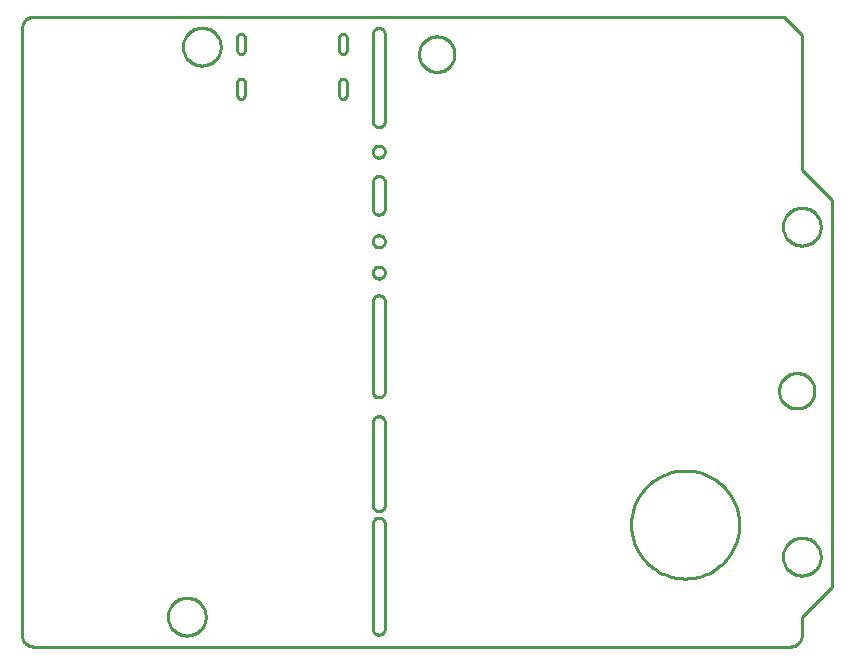
<source format=gbr>
G04 EAGLE Gerber RS-274X export*
G75*
%MOMM*%
%FSLAX34Y34*%
%LPD*%
%IN*%
%IPPOS*%
%AMOC8*
5,1,8,0,0,1.08239X$1,22.5*%
G01*
%ADD10C,0.254000*%


D10*
X0Y10160D02*
X39Y9275D01*
X154Y8396D01*
X346Y7530D01*
X613Y6685D01*
X952Y5866D01*
X1361Y5080D01*
X1837Y4332D01*
X2377Y3629D01*
X2976Y2976D01*
X3629Y2377D01*
X4332Y1837D01*
X5080Y1361D01*
X5866Y952D01*
X6685Y613D01*
X7530Y346D01*
X8396Y154D01*
X9275Y39D01*
X10160Y0D01*
X650240Y0D01*
X651126Y39D01*
X652004Y154D01*
X652870Y346D01*
X653715Y613D01*
X654534Y952D01*
X655320Y1361D01*
X656068Y1837D01*
X656771Y2377D01*
X657424Y2976D01*
X658023Y3629D01*
X658563Y4332D01*
X659039Y5080D01*
X659448Y5866D01*
X659787Y6685D01*
X660054Y7530D01*
X660246Y8396D01*
X660361Y9275D01*
X660400Y10160D01*
X660400Y25400D01*
X685800Y50800D01*
X685800Y378460D01*
X660400Y403860D01*
X660400Y518160D01*
X645160Y533400D01*
X10160Y533400D01*
X9275Y533361D01*
X8396Y533246D01*
X7530Y533054D01*
X6685Y532787D01*
X5866Y532448D01*
X5080Y532039D01*
X4332Y531563D01*
X3629Y531023D01*
X2976Y530424D01*
X2377Y529771D01*
X1837Y529068D01*
X1361Y528320D01*
X952Y527534D01*
X613Y526715D01*
X346Y525870D01*
X154Y525004D01*
X39Y524126D01*
X0Y523240D01*
X0Y10160D01*
X182444Y504904D02*
X182456Y504631D01*
X182492Y504361D01*
X182551Y504095D01*
X182633Y503835D01*
X182737Y503582D01*
X182863Y503341D01*
X183010Y503110D01*
X183176Y502894D01*
X183360Y502693D01*
X183561Y502509D01*
X183777Y502343D01*
X184008Y502196D01*
X184249Y502070D01*
X184502Y501966D01*
X184762Y501884D01*
X185028Y501825D01*
X185298Y501789D01*
X185571Y501777D01*
X185844Y501789D01*
X186114Y501825D01*
X186380Y501884D01*
X186641Y501966D01*
X186893Y502070D01*
X187135Y502196D01*
X187365Y502343D01*
X187581Y502509D01*
X187782Y502693D01*
X187966Y502894D01*
X188133Y503110D01*
X188279Y503341D01*
X188405Y503582D01*
X188509Y503835D01*
X188591Y504095D01*
X188651Y504361D01*
X188686Y504631D01*
X188698Y504904D01*
X188698Y515904D01*
X188686Y516177D01*
X188651Y516447D01*
X188591Y516713D01*
X188509Y516974D01*
X188405Y517226D01*
X188279Y517468D01*
X188133Y517698D01*
X187966Y517914D01*
X187782Y518115D01*
X187581Y518299D01*
X187365Y518466D01*
X187135Y518612D01*
X186893Y518738D01*
X186641Y518842D01*
X186380Y518924D01*
X186114Y518984D01*
X185844Y519019D01*
X185571Y519031D01*
X185298Y519019D01*
X185028Y518984D01*
X184762Y518924D01*
X184502Y518842D01*
X184249Y518738D01*
X184008Y518612D01*
X183777Y518466D01*
X183561Y518299D01*
X183360Y518115D01*
X183176Y517914D01*
X183010Y517698D01*
X182863Y517468D01*
X182737Y517226D01*
X182633Y516974D01*
X182551Y516713D01*
X182492Y516447D01*
X182456Y516177D01*
X182444Y515904D01*
X182444Y504904D01*
X268698Y504904D02*
X268710Y504631D01*
X268746Y504361D01*
X268805Y504095D01*
X268887Y503835D01*
X268991Y503582D01*
X269117Y503341D01*
X269264Y503110D01*
X269430Y502894D01*
X269614Y502693D01*
X269815Y502509D01*
X270031Y502343D01*
X270262Y502196D01*
X270503Y502070D01*
X270756Y501966D01*
X271016Y501884D01*
X271282Y501825D01*
X271552Y501789D01*
X271825Y501777D01*
X272098Y501789D01*
X272368Y501825D01*
X272634Y501884D01*
X272895Y501966D01*
X273147Y502070D01*
X273389Y502196D01*
X273619Y502343D01*
X273835Y502509D01*
X274036Y502693D01*
X274220Y502894D01*
X274387Y503110D01*
X274533Y503341D01*
X274659Y503582D01*
X274763Y503835D01*
X274845Y504095D01*
X274905Y504361D01*
X274940Y504631D01*
X274952Y504904D01*
X274952Y515904D01*
X274940Y516177D01*
X274905Y516447D01*
X274845Y516713D01*
X274763Y516974D01*
X274659Y517226D01*
X274533Y517468D01*
X274387Y517698D01*
X274220Y517914D01*
X274036Y518115D01*
X273835Y518299D01*
X273619Y518466D01*
X273389Y518612D01*
X273147Y518738D01*
X272895Y518842D01*
X272634Y518924D01*
X272368Y518984D01*
X272098Y519019D01*
X271825Y519031D01*
X271552Y519019D01*
X271282Y518984D01*
X271016Y518924D01*
X270756Y518842D01*
X270503Y518738D01*
X270262Y518612D01*
X270031Y518466D01*
X269815Y518299D01*
X269614Y518115D01*
X269430Y517914D01*
X269264Y517698D01*
X269117Y517468D01*
X268991Y517226D01*
X268887Y516974D01*
X268805Y516713D01*
X268746Y516447D01*
X268710Y516177D01*
X268698Y515904D01*
X268698Y504904D01*
X182444Y466904D02*
X182456Y466631D01*
X182492Y466361D01*
X182551Y466095D01*
X182633Y465835D01*
X182737Y465582D01*
X182863Y465341D01*
X183010Y465110D01*
X183176Y464894D01*
X183360Y464693D01*
X183561Y464509D01*
X183777Y464343D01*
X184008Y464196D01*
X184249Y464070D01*
X184502Y463966D01*
X184762Y463884D01*
X185028Y463825D01*
X185298Y463789D01*
X185571Y463777D01*
X185844Y463789D01*
X186114Y463825D01*
X186380Y463884D01*
X186641Y463966D01*
X186893Y464070D01*
X187135Y464196D01*
X187365Y464343D01*
X187581Y464509D01*
X187782Y464693D01*
X187966Y464894D01*
X188133Y465110D01*
X188279Y465341D01*
X188405Y465582D01*
X188509Y465835D01*
X188591Y466095D01*
X188651Y466361D01*
X188686Y466631D01*
X188698Y466904D01*
X188698Y477904D01*
X188686Y478177D01*
X188651Y478447D01*
X188591Y478713D01*
X188509Y478974D01*
X188405Y479226D01*
X188279Y479468D01*
X188133Y479698D01*
X187966Y479914D01*
X187782Y480115D01*
X187581Y480299D01*
X187365Y480466D01*
X187135Y480612D01*
X186893Y480738D01*
X186641Y480842D01*
X186380Y480924D01*
X186114Y480984D01*
X185844Y481019D01*
X185571Y481031D01*
X185298Y481019D01*
X185028Y480984D01*
X184762Y480924D01*
X184502Y480842D01*
X184249Y480738D01*
X184008Y480612D01*
X183777Y480466D01*
X183561Y480299D01*
X183360Y480115D01*
X183176Y479914D01*
X183010Y479698D01*
X182863Y479468D01*
X182737Y479226D01*
X182633Y478974D01*
X182551Y478713D01*
X182492Y478447D01*
X182456Y478177D01*
X182444Y477904D01*
X182444Y466904D01*
X268698Y466904D02*
X268710Y466631D01*
X268746Y466361D01*
X268805Y466095D01*
X268887Y465835D01*
X268991Y465582D01*
X269117Y465341D01*
X269264Y465110D01*
X269430Y464894D01*
X269614Y464693D01*
X269815Y464509D01*
X270031Y464343D01*
X270262Y464196D01*
X270503Y464070D01*
X270756Y463966D01*
X271016Y463884D01*
X271282Y463825D01*
X271552Y463789D01*
X271825Y463777D01*
X272098Y463789D01*
X272368Y463825D01*
X272634Y463884D01*
X272895Y463966D01*
X273147Y464070D01*
X273389Y464196D01*
X273619Y464343D01*
X273835Y464509D01*
X274036Y464693D01*
X274220Y464894D01*
X274387Y465110D01*
X274533Y465341D01*
X274659Y465582D01*
X274763Y465835D01*
X274845Y466095D01*
X274905Y466361D01*
X274940Y466631D01*
X274952Y466904D01*
X274952Y477904D01*
X274940Y478177D01*
X274905Y478447D01*
X274845Y478713D01*
X274763Y478974D01*
X274659Y479226D01*
X274533Y479468D01*
X274387Y479698D01*
X274220Y479914D01*
X274036Y480115D01*
X273835Y480299D01*
X273619Y480466D01*
X273389Y480612D01*
X273147Y480738D01*
X272895Y480842D01*
X272634Y480924D01*
X272368Y480984D01*
X272098Y481019D01*
X271825Y481031D01*
X271552Y481019D01*
X271282Y480984D01*
X271016Y480924D01*
X270756Y480842D01*
X270503Y480738D01*
X270262Y480612D01*
X270031Y480466D01*
X269815Y480299D01*
X269614Y480115D01*
X269430Y479914D01*
X269264Y479698D01*
X269117Y479468D01*
X268991Y479226D01*
X268887Y478974D01*
X268805Y478713D01*
X268746Y478447D01*
X268710Y478177D01*
X268698Y477904D01*
X268698Y466904D01*
X297180Y370840D02*
X297199Y370397D01*
X297257Y369958D01*
X297353Y369525D01*
X297486Y369103D01*
X297656Y368693D01*
X297861Y368300D01*
X298099Y367926D01*
X298369Y367575D01*
X298668Y367248D01*
X298995Y366949D01*
X299346Y366679D01*
X299720Y366441D01*
X300113Y366236D01*
X300523Y366066D01*
X300945Y365933D01*
X301378Y365837D01*
X301817Y365779D01*
X302260Y365760D01*
X302703Y365779D01*
X303142Y365837D01*
X303575Y365933D01*
X303997Y366066D01*
X304407Y366236D01*
X304800Y366441D01*
X305174Y366679D01*
X305525Y366949D01*
X305852Y367248D01*
X306152Y367575D01*
X306421Y367926D01*
X306659Y368300D01*
X306864Y368693D01*
X307034Y369103D01*
X307167Y369525D01*
X307263Y369958D01*
X307321Y370397D01*
X307340Y370840D01*
X307340Y393446D01*
X307321Y393889D01*
X307263Y394328D01*
X307167Y394761D01*
X307034Y395183D01*
X306864Y395593D01*
X306659Y395986D01*
X306421Y396360D01*
X306152Y396711D01*
X305852Y397038D01*
X305525Y397338D01*
X305174Y397607D01*
X304800Y397845D01*
X304407Y398050D01*
X303997Y398220D01*
X303575Y398353D01*
X303142Y398449D01*
X302703Y398507D01*
X302260Y398526D01*
X301807Y398495D01*
X301358Y398425D01*
X300917Y398316D01*
X300487Y398169D01*
X300071Y397984D01*
X299674Y397765D01*
X299296Y397511D01*
X298943Y397226D01*
X298615Y396911D01*
X298317Y396569D01*
X298049Y396202D01*
X297814Y395813D01*
X297614Y395404D01*
X297451Y394981D01*
X297325Y394544D01*
X297237Y394098D01*
X297189Y393646D01*
X297180Y393192D01*
X297180Y370840D01*
X297180Y215900D02*
X297210Y215469D01*
X297277Y215042D01*
X297382Y214622D01*
X297522Y214214D01*
X297698Y213819D01*
X297907Y213441D01*
X298149Y213082D01*
X298420Y212746D01*
X298721Y212435D01*
X299047Y212151D01*
X299396Y211897D01*
X299767Y211674D01*
X300155Y211484D01*
X300558Y211329D01*
X300974Y211210D01*
X301398Y211127D01*
X301828Y211082D01*
X302260Y211074D01*
X302692Y211082D01*
X303122Y211127D01*
X303546Y211210D01*
X303962Y211329D01*
X304365Y211484D01*
X304754Y211674D01*
X305124Y211897D01*
X305473Y212151D01*
X305800Y212435D01*
X306100Y212746D01*
X306371Y213082D01*
X306613Y213441D01*
X306822Y213819D01*
X306998Y214214D01*
X307138Y214622D01*
X307243Y215042D01*
X307310Y215469D01*
X307340Y215900D01*
X307340Y292608D01*
X307310Y293039D01*
X307243Y293466D01*
X307138Y293886D01*
X306998Y294294D01*
X306822Y294689D01*
X306613Y295068D01*
X306371Y295426D01*
X306100Y295762D01*
X305800Y296073D01*
X305473Y296357D01*
X305124Y296611D01*
X304754Y296834D01*
X304365Y297024D01*
X303962Y297179D01*
X303546Y297298D01*
X303122Y297381D01*
X302692Y297426D01*
X302260Y297434D01*
X301817Y297415D01*
X301378Y297357D01*
X300945Y297261D01*
X300523Y297128D01*
X300113Y296958D01*
X299720Y296753D01*
X299346Y296515D01*
X298995Y296246D01*
X298668Y295946D01*
X298369Y295619D01*
X298099Y295268D01*
X297861Y294894D01*
X297656Y294501D01*
X297486Y294091D01*
X297353Y293669D01*
X297257Y293236D01*
X297199Y292797D01*
X297180Y292354D01*
X297180Y215900D01*
X297180Y445008D02*
X297199Y444565D01*
X297257Y444126D01*
X297353Y443693D01*
X297486Y443271D01*
X297656Y442861D01*
X297861Y442468D01*
X298099Y442094D01*
X298369Y441743D01*
X298668Y441416D01*
X298995Y441117D01*
X299346Y440847D01*
X299720Y440609D01*
X300113Y440404D01*
X300523Y440234D01*
X300945Y440101D01*
X301378Y440005D01*
X301817Y439947D01*
X302260Y439928D01*
X302703Y439947D01*
X303142Y440005D01*
X303575Y440101D01*
X303997Y440234D01*
X304407Y440404D01*
X304800Y440609D01*
X305174Y440847D01*
X305525Y441117D01*
X305852Y441416D01*
X306152Y441743D01*
X306421Y442094D01*
X306659Y442468D01*
X306864Y442861D01*
X307034Y443271D01*
X307167Y443693D01*
X307263Y444126D01*
X307321Y444565D01*
X307340Y445008D01*
X307340Y518668D01*
X307321Y519111D01*
X307263Y519550D01*
X307167Y519983D01*
X307034Y520405D01*
X306864Y520815D01*
X306659Y521208D01*
X306421Y521582D01*
X306152Y521933D01*
X305852Y522260D01*
X305525Y522560D01*
X305174Y522829D01*
X304800Y523067D01*
X304407Y523272D01*
X303997Y523442D01*
X303575Y523575D01*
X303142Y523671D01*
X302703Y523729D01*
X302260Y523748D01*
X301817Y523729D01*
X301378Y523671D01*
X300945Y523575D01*
X300523Y523442D01*
X300113Y523272D01*
X299720Y523067D01*
X299346Y522829D01*
X298995Y522560D01*
X298668Y522260D01*
X298369Y521933D01*
X298099Y521582D01*
X297861Y521208D01*
X297656Y520815D01*
X297486Y520405D01*
X297353Y519983D01*
X297257Y519550D01*
X297199Y519111D01*
X297180Y518668D01*
X297180Y445008D01*
X297180Y119888D02*
X297199Y119445D01*
X297257Y119006D01*
X297353Y118573D01*
X297486Y118151D01*
X297656Y117741D01*
X297861Y117348D01*
X298099Y116974D01*
X298369Y116623D01*
X298668Y116296D01*
X298995Y115997D01*
X299346Y115727D01*
X299720Y115489D01*
X300113Y115284D01*
X300523Y115114D01*
X300945Y114981D01*
X301378Y114885D01*
X301817Y114827D01*
X302260Y114808D01*
X302703Y114827D01*
X303142Y114885D01*
X303575Y114981D01*
X303997Y115114D01*
X304407Y115284D01*
X304800Y115489D01*
X305174Y115727D01*
X305525Y115997D01*
X305852Y116296D01*
X306152Y116623D01*
X306421Y116974D01*
X306659Y117348D01*
X306864Y117741D01*
X307034Y118151D01*
X307167Y118573D01*
X307263Y119006D01*
X307321Y119445D01*
X307340Y119888D01*
X307340Y189992D01*
X307321Y190435D01*
X307263Y190874D01*
X307167Y191307D01*
X307034Y191729D01*
X306864Y192139D01*
X306659Y192532D01*
X306421Y192906D01*
X306152Y193257D01*
X305852Y193584D01*
X305525Y193884D01*
X305174Y194153D01*
X304800Y194391D01*
X304407Y194596D01*
X303997Y194766D01*
X303575Y194899D01*
X303142Y194995D01*
X302703Y195053D01*
X302260Y195072D01*
X301807Y195041D01*
X301358Y194971D01*
X300917Y194862D01*
X300487Y194715D01*
X300071Y194530D01*
X299674Y194311D01*
X299296Y194057D01*
X298943Y193772D01*
X298615Y193457D01*
X298317Y193115D01*
X298049Y192748D01*
X297814Y192359D01*
X297614Y191950D01*
X297451Y191527D01*
X297325Y191090D01*
X297237Y190644D01*
X297189Y190192D01*
X297180Y189738D01*
X297180Y119888D01*
X297180Y15240D02*
X297199Y14797D01*
X297257Y14358D01*
X297353Y13925D01*
X297486Y13503D01*
X297656Y13093D01*
X297861Y12700D01*
X298099Y12326D01*
X298369Y11975D01*
X298668Y11648D01*
X298995Y11349D01*
X299346Y11079D01*
X299720Y10841D01*
X300113Y10636D01*
X300523Y10466D01*
X300945Y10333D01*
X301378Y10237D01*
X301817Y10179D01*
X302260Y10160D01*
X302703Y10179D01*
X303142Y10237D01*
X303575Y10333D01*
X303997Y10466D01*
X304407Y10636D01*
X304800Y10841D01*
X305174Y11079D01*
X305525Y11349D01*
X305852Y11648D01*
X306152Y11975D01*
X306421Y12326D01*
X306659Y12700D01*
X306864Y13093D01*
X307034Y13503D01*
X307167Y13925D01*
X307263Y14358D01*
X307321Y14797D01*
X307340Y15240D01*
X307340Y104140D01*
X307321Y104583D01*
X307263Y105022D01*
X307167Y105455D01*
X307034Y105877D01*
X306864Y106287D01*
X306659Y106680D01*
X306421Y107054D01*
X306152Y107405D01*
X305852Y107732D01*
X305525Y108032D01*
X305174Y108301D01*
X304800Y108539D01*
X304407Y108744D01*
X303997Y108914D01*
X303575Y109047D01*
X303142Y109143D01*
X302703Y109201D01*
X302260Y109220D01*
X301817Y109201D01*
X301378Y109143D01*
X300945Y109047D01*
X300523Y108914D01*
X300113Y108744D01*
X299720Y108539D01*
X299346Y108301D01*
X298995Y108032D01*
X298668Y107732D01*
X298369Y107405D01*
X298099Y107054D01*
X297861Y106680D01*
X297656Y106287D01*
X297486Y105877D01*
X297353Y105455D01*
X297257Y105022D01*
X297199Y104583D01*
X297180Y104140D01*
X297180Y15240D01*
X307340Y342869D02*
X307340Y343439D01*
X307276Y344006D01*
X307149Y344563D01*
X306961Y345101D01*
X306713Y345615D01*
X306410Y346098D01*
X306054Y346544D01*
X305650Y346948D01*
X305204Y347304D01*
X304721Y347607D01*
X304207Y347855D01*
X303669Y348043D01*
X303112Y348170D01*
X302545Y348234D01*
X301975Y348234D01*
X301408Y348170D01*
X300851Y348043D01*
X300313Y347855D01*
X299799Y347607D01*
X299316Y347304D01*
X298870Y346948D01*
X298466Y346544D01*
X298110Y346098D01*
X297807Y345615D01*
X297559Y345101D01*
X297371Y344563D01*
X297244Y344006D01*
X297180Y343439D01*
X297180Y342869D01*
X297244Y342302D01*
X297371Y341745D01*
X297559Y341207D01*
X297807Y340693D01*
X298110Y340210D01*
X298466Y339764D01*
X298870Y339360D01*
X299316Y339004D01*
X299799Y338701D01*
X300313Y338453D01*
X300851Y338265D01*
X301408Y338138D01*
X301975Y338074D01*
X302545Y338074D01*
X303112Y338138D01*
X303669Y338265D01*
X304207Y338453D01*
X304721Y338701D01*
X305204Y339004D01*
X305650Y339360D01*
X306054Y339764D01*
X306410Y340210D01*
X306713Y340693D01*
X306961Y341207D01*
X307149Y341745D01*
X307276Y342302D01*
X307340Y342869D01*
X307340Y316453D02*
X307340Y317023D01*
X307276Y317590D01*
X307149Y318147D01*
X306961Y318685D01*
X306713Y319199D01*
X306410Y319682D01*
X306054Y320128D01*
X305650Y320532D01*
X305204Y320888D01*
X304721Y321191D01*
X304207Y321439D01*
X303669Y321627D01*
X303112Y321754D01*
X302545Y321818D01*
X301975Y321818D01*
X301408Y321754D01*
X300851Y321627D01*
X300313Y321439D01*
X299799Y321191D01*
X299316Y320888D01*
X298870Y320532D01*
X298466Y320128D01*
X298110Y319682D01*
X297807Y319199D01*
X297559Y318685D01*
X297371Y318147D01*
X297244Y317590D01*
X297180Y317023D01*
X297180Y316453D01*
X297244Y315886D01*
X297371Y315329D01*
X297559Y314791D01*
X297807Y314277D01*
X298110Y313794D01*
X298466Y313348D01*
X298870Y312944D01*
X299316Y312588D01*
X299799Y312285D01*
X300313Y312037D01*
X300851Y311849D01*
X301408Y311722D01*
X301975Y311658D01*
X302545Y311658D01*
X303112Y311722D01*
X303669Y311849D01*
X304207Y312037D01*
X304721Y312285D01*
X305204Y312588D01*
X305650Y312944D01*
X306054Y313348D01*
X306410Y313794D01*
X306713Y314277D01*
X306961Y314791D01*
X307149Y315329D01*
X307276Y315886D01*
X307340Y316453D01*
X307340Y418815D02*
X307340Y419385D01*
X307276Y419952D01*
X307149Y420509D01*
X306961Y421047D01*
X306713Y421561D01*
X306410Y422044D01*
X306054Y422490D01*
X305650Y422894D01*
X305204Y423250D01*
X304721Y423553D01*
X304207Y423801D01*
X303669Y423989D01*
X303112Y424116D01*
X302545Y424180D01*
X301975Y424180D01*
X301408Y424116D01*
X300851Y423989D01*
X300313Y423801D01*
X299799Y423553D01*
X299316Y423250D01*
X298870Y422894D01*
X298466Y422490D01*
X298110Y422044D01*
X297807Y421561D01*
X297559Y421047D01*
X297371Y420509D01*
X297244Y419952D01*
X297180Y419385D01*
X297180Y418815D01*
X297244Y418248D01*
X297371Y417691D01*
X297559Y417153D01*
X297807Y416639D01*
X298110Y416156D01*
X298466Y415710D01*
X298870Y415306D01*
X299316Y414950D01*
X299799Y414647D01*
X300313Y414399D01*
X300851Y414211D01*
X301408Y414084D01*
X301975Y414020D01*
X302545Y414020D01*
X303112Y414084D01*
X303669Y414211D01*
X304207Y414399D01*
X304721Y414647D01*
X305204Y414950D01*
X305650Y415306D01*
X306054Y415710D01*
X306410Y416156D01*
X306713Y416639D01*
X306961Y417153D01*
X307149Y417691D01*
X307276Y418248D01*
X307340Y418815D01*
X168400Y507476D02*
X168332Y506431D01*
X168195Y505392D01*
X167990Y504365D01*
X167719Y503353D01*
X167383Y502361D01*
X166982Y501393D01*
X166518Y500454D01*
X165995Y499546D01*
X165413Y498675D01*
X164775Y497844D01*
X164084Y497057D01*
X163343Y496316D01*
X162556Y495625D01*
X161725Y494988D01*
X160854Y494406D01*
X159946Y493882D01*
X159007Y493418D01*
X158039Y493017D01*
X157047Y492681D01*
X156035Y492410D01*
X155008Y492205D01*
X153969Y492069D01*
X152924Y492000D01*
X151876Y492000D01*
X150831Y492069D01*
X149792Y492205D01*
X148765Y492410D01*
X147753Y492681D01*
X146761Y493017D01*
X145793Y493418D01*
X144854Y493882D01*
X143946Y494406D01*
X143075Y494988D01*
X142244Y495625D01*
X141457Y496316D01*
X140716Y497057D01*
X140025Y497844D01*
X139388Y498675D01*
X138806Y499546D01*
X138282Y500454D01*
X137818Y501393D01*
X137417Y502361D01*
X137081Y503353D01*
X136810Y504365D01*
X136605Y505392D01*
X136469Y506431D01*
X136400Y507476D01*
X136400Y508524D01*
X136469Y509569D01*
X136605Y510608D01*
X136810Y511635D01*
X137081Y512647D01*
X137417Y513639D01*
X137818Y514607D01*
X138282Y515546D01*
X138806Y516454D01*
X139388Y517325D01*
X140025Y518156D01*
X140716Y518943D01*
X141457Y519684D01*
X142244Y520375D01*
X143075Y521013D01*
X143946Y521595D01*
X144854Y522118D01*
X145793Y522582D01*
X146761Y522983D01*
X147753Y523319D01*
X148765Y523590D01*
X149792Y523795D01*
X150831Y523932D01*
X151876Y524000D01*
X152924Y524000D01*
X153969Y523932D01*
X155008Y523795D01*
X156035Y523590D01*
X157047Y523319D01*
X158039Y522983D01*
X159007Y522582D01*
X159946Y522118D01*
X160854Y521595D01*
X161725Y521013D01*
X162556Y520375D01*
X163343Y519684D01*
X164084Y518943D01*
X164775Y518156D01*
X165413Y517325D01*
X165995Y516454D01*
X166518Y515546D01*
X166982Y514607D01*
X167383Y513639D01*
X167719Y512647D01*
X167990Y511635D01*
X168195Y510608D01*
X168332Y509569D01*
X168400Y508524D01*
X168400Y507476D01*
X155700Y24876D02*
X155632Y23831D01*
X155495Y22792D01*
X155290Y21765D01*
X155019Y20753D01*
X154683Y19761D01*
X154282Y18793D01*
X153818Y17854D01*
X153295Y16946D01*
X152713Y16075D01*
X152075Y15244D01*
X151384Y14457D01*
X150643Y13716D01*
X149856Y13025D01*
X149025Y12388D01*
X148154Y11806D01*
X147246Y11282D01*
X146307Y10818D01*
X145339Y10417D01*
X144347Y10081D01*
X143335Y9810D01*
X142308Y9605D01*
X141269Y9469D01*
X140224Y9400D01*
X139176Y9400D01*
X138131Y9469D01*
X137092Y9605D01*
X136065Y9810D01*
X135053Y10081D01*
X134061Y10417D01*
X133093Y10818D01*
X132154Y11282D01*
X131246Y11806D01*
X130375Y12388D01*
X129544Y13025D01*
X128757Y13716D01*
X128016Y14457D01*
X127325Y15244D01*
X126688Y16075D01*
X126106Y16946D01*
X125582Y17854D01*
X125118Y18793D01*
X124717Y19761D01*
X124381Y20753D01*
X124110Y21765D01*
X123905Y22792D01*
X123769Y23831D01*
X123700Y24876D01*
X123700Y25924D01*
X123769Y26969D01*
X123905Y28008D01*
X124110Y29035D01*
X124381Y30047D01*
X124717Y31039D01*
X125118Y32007D01*
X125582Y32946D01*
X126106Y33854D01*
X126688Y34725D01*
X127325Y35556D01*
X128016Y36343D01*
X128757Y37084D01*
X129544Y37775D01*
X130375Y38413D01*
X131246Y38995D01*
X132154Y39518D01*
X133093Y39982D01*
X134061Y40383D01*
X135053Y40719D01*
X136065Y40990D01*
X137092Y41195D01*
X138131Y41332D01*
X139176Y41400D01*
X140224Y41400D01*
X141269Y41332D01*
X142308Y41195D01*
X143335Y40990D01*
X144347Y40719D01*
X145339Y40383D01*
X146307Y39982D01*
X147246Y39518D01*
X148154Y38995D01*
X149025Y38413D01*
X149856Y37775D01*
X150643Y37084D01*
X151384Y36343D01*
X152075Y35556D01*
X152713Y34725D01*
X153295Y33854D01*
X153818Y32946D01*
X154282Y32007D01*
X154683Y31039D01*
X155019Y30047D01*
X155290Y29035D01*
X155495Y28008D01*
X155632Y26969D01*
X155700Y25924D01*
X155700Y24876D01*
X676400Y75676D02*
X676332Y74631D01*
X676195Y73592D01*
X675990Y72565D01*
X675719Y71553D01*
X675383Y70561D01*
X674982Y69593D01*
X674518Y68654D01*
X673995Y67746D01*
X673413Y66875D01*
X672775Y66044D01*
X672084Y65257D01*
X671343Y64516D01*
X670556Y63825D01*
X669725Y63188D01*
X668854Y62606D01*
X667946Y62082D01*
X667007Y61618D01*
X666039Y61217D01*
X665047Y60881D01*
X664035Y60610D01*
X663008Y60405D01*
X661969Y60269D01*
X660924Y60200D01*
X659876Y60200D01*
X658831Y60269D01*
X657792Y60405D01*
X656765Y60610D01*
X655753Y60881D01*
X654761Y61217D01*
X653793Y61618D01*
X652854Y62082D01*
X651946Y62606D01*
X651075Y63188D01*
X650244Y63825D01*
X649457Y64516D01*
X648716Y65257D01*
X648025Y66044D01*
X647388Y66875D01*
X646806Y67746D01*
X646282Y68654D01*
X645818Y69593D01*
X645417Y70561D01*
X645081Y71553D01*
X644810Y72565D01*
X644605Y73592D01*
X644469Y74631D01*
X644400Y75676D01*
X644400Y76724D01*
X644469Y77769D01*
X644605Y78808D01*
X644810Y79835D01*
X645081Y80847D01*
X645417Y81839D01*
X645818Y82807D01*
X646282Y83746D01*
X646806Y84654D01*
X647388Y85525D01*
X648025Y86356D01*
X648716Y87143D01*
X649457Y87884D01*
X650244Y88575D01*
X651075Y89213D01*
X651946Y89795D01*
X652854Y90318D01*
X653793Y90782D01*
X654761Y91183D01*
X655753Y91519D01*
X656765Y91790D01*
X657792Y91995D01*
X658831Y92132D01*
X659876Y92200D01*
X660924Y92200D01*
X661969Y92132D01*
X663008Y91995D01*
X664035Y91790D01*
X665047Y91519D01*
X666039Y91183D01*
X667007Y90782D01*
X667946Y90318D01*
X668854Y89795D01*
X669725Y89213D01*
X670556Y88575D01*
X671343Y87884D01*
X672084Y87143D01*
X672775Y86356D01*
X673413Y85525D01*
X673995Y84654D01*
X674518Y83746D01*
X674982Y82807D01*
X675383Y81839D01*
X675719Y80847D01*
X675990Y79835D01*
X676195Y78808D01*
X676332Y77769D01*
X676400Y76724D01*
X676400Y75676D01*
X676400Y355076D02*
X676332Y354031D01*
X676195Y352992D01*
X675990Y351965D01*
X675719Y350953D01*
X675383Y349961D01*
X674982Y348993D01*
X674518Y348054D01*
X673995Y347146D01*
X673413Y346275D01*
X672775Y345444D01*
X672084Y344657D01*
X671343Y343916D01*
X670556Y343225D01*
X669725Y342588D01*
X668854Y342006D01*
X667946Y341482D01*
X667007Y341018D01*
X666039Y340617D01*
X665047Y340281D01*
X664035Y340010D01*
X663008Y339805D01*
X661969Y339669D01*
X660924Y339600D01*
X659876Y339600D01*
X658831Y339669D01*
X657792Y339805D01*
X656765Y340010D01*
X655753Y340281D01*
X654761Y340617D01*
X653793Y341018D01*
X652854Y341482D01*
X651946Y342006D01*
X651075Y342588D01*
X650244Y343225D01*
X649457Y343916D01*
X648716Y344657D01*
X648025Y345444D01*
X647388Y346275D01*
X646806Y347146D01*
X646282Y348054D01*
X645818Y348993D01*
X645417Y349961D01*
X645081Y350953D01*
X644810Y351965D01*
X644605Y352992D01*
X644469Y354031D01*
X644400Y355076D01*
X644400Y356124D01*
X644469Y357169D01*
X644605Y358208D01*
X644810Y359235D01*
X645081Y360247D01*
X645417Y361239D01*
X645818Y362207D01*
X646282Y363146D01*
X646806Y364054D01*
X647388Y364925D01*
X648025Y365756D01*
X648716Y366543D01*
X649457Y367284D01*
X650244Y367975D01*
X651075Y368613D01*
X651946Y369195D01*
X652854Y369718D01*
X653793Y370182D01*
X654761Y370583D01*
X655753Y370919D01*
X656765Y371190D01*
X657792Y371395D01*
X658831Y371532D01*
X659876Y371600D01*
X660924Y371600D01*
X661969Y371532D01*
X663008Y371395D01*
X664035Y371190D01*
X665047Y370919D01*
X666039Y370583D01*
X667007Y370182D01*
X667946Y369718D01*
X668854Y369195D01*
X669725Y368613D01*
X670556Y367975D01*
X671343Y367284D01*
X672084Y366543D01*
X672775Y365756D01*
X673413Y364925D01*
X673995Y364054D01*
X674518Y363146D01*
X674982Y362207D01*
X675383Y361239D01*
X675719Y360247D01*
X675990Y359235D01*
X676195Y358208D01*
X676332Y357169D01*
X676400Y356124D01*
X676400Y355076D01*
X366282Y501114D02*
X366206Y500046D01*
X366053Y498985D01*
X365825Y497938D01*
X365523Y496910D01*
X365149Y495906D01*
X364704Y494931D01*
X364190Y493991D01*
X363611Y493090D01*
X362969Y492232D01*
X362267Y491422D01*
X361510Y490665D01*
X360700Y489963D01*
X359842Y489321D01*
X358941Y488742D01*
X358001Y488228D01*
X357026Y487783D01*
X356022Y487409D01*
X354994Y487107D01*
X353947Y486879D01*
X352886Y486726D01*
X351818Y486650D01*
X350746Y486650D01*
X349678Y486726D01*
X348617Y486879D01*
X347570Y487107D01*
X346542Y487409D01*
X345538Y487783D01*
X344563Y488228D01*
X343623Y488742D01*
X342722Y489321D01*
X341864Y489963D01*
X341054Y490665D01*
X340297Y491422D01*
X339595Y492232D01*
X338953Y493090D01*
X338374Y493991D01*
X337860Y494931D01*
X337415Y495906D01*
X337041Y496910D01*
X336739Y497938D01*
X336511Y498985D01*
X336358Y500046D01*
X336282Y501114D01*
X336282Y502186D01*
X336358Y503254D01*
X336511Y504315D01*
X336739Y505362D01*
X337041Y506390D01*
X337415Y507394D01*
X337860Y508369D01*
X338374Y509309D01*
X338953Y510210D01*
X339595Y511068D01*
X340297Y511878D01*
X341054Y512635D01*
X341864Y513337D01*
X342722Y513979D01*
X343623Y514558D01*
X344563Y515072D01*
X345538Y515517D01*
X346542Y515891D01*
X347570Y516193D01*
X348617Y516421D01*
X349678Y516574D01*
X350746Y516650D01*
X351818Y516650D01*
X352886Y516574D01*
X353947Y516421D01*
X354994Y516193D01*
X356022Y515891D01*
X357026Y515517D01*
X358001Y515072D01*
X358941Y514558D01*
X359842Y513979D01*
X360700Y513337D01*
X361510Y512635D01*
X362267Y511878D01*
X362969Y511068D01*
X363611Y510210D01*
X364190Y509309D01*
X364704Y508369D01*
X365149Y507394D01*
X365523Y506390D01*
X365825Y505362D01*
X366053Y504315D01*
X366206Y503254D01*
X366282Y502186D01*
X366282Y501114D01*
X671082Y216114D02*
X671006Y215046D01*
X670853Y213985D01*
X670625Y212938D01*
X670323Y211910D01*
X669949Y210906D01*
X669504Y209931D01*
X668990Y208991D01*
X668411Y208090D01*
X667769Y207232D01*
X667067Y206422D01*
X666310Y205665D01*
X665500Y204963D01*
X664642Y204321D01*
X663741Y203742D01*
X662801Y203228D01*
X661826Y202783D01*
X660822Y202409D01*
X659794Y202107D01*
X658747Y201879D01*
X657686Y201726D01*
X656618Y201650D01*
X655546Y201650D01*
X654478Y201726D01*
X653417Y201879D01*
X652370Y202107D01*
X651342Y202409D01*
X650338Y202783D01*
X649363Y203228D01*
X648423Y203742D01*
X647522Y204321D01*
X646664Y204963D01*
X645854Y205665D01*
X645097Y206422D01*
X644395Y207232D01*
X643753Y208090D01*
X643174Y208991D01*
X642660Y209931D01*
X642215Y210906D01*
X641841Y211910D01*
X641539Y212938D01*
X641311Y213985D01*
X641158Y215046D01*
X641082Y216114D01*
X641082Y217186D01*
X641158Y218254D01*
X641311Y219315D01*
X641539Y220362D01*
X641841Y221390D01*
X642215Y222394D01*
X642660Y223369D01*
X643174Y224309D01*
X643753Y225210D01*
X644395Y226068D01*
X645097Y226878D01*
X645854Y227635D01*
X646664Y228337D01*
X647522Y228979D01*
X648423Y229558D01*
X649363Y230072D01*
X650338Y230517D01*
X651342Y230891D01*
X652370Y231193D01*
X653417Y231421D01*
X654478Y231574D01*
X655546Y231650D01*
X656618Y231650D01*
X657686Y231574D01*
X658747Y231421D01*
X659794Y231193D01*
X660822Y230891D01*
X661826Y230517D01*
X662801Y230072D01*
X663741Y229558D01*
X664642Y228979D01*
X665500Y228337D01*
X666310Y227635D01*
X667067Y226878D01*
X667769Y226068D01*
X668411Y225210D01*
X668990Y224309D01*
X669504Y223369D01*
X669949Y222394D01*
X670323Y221390D01*
X670625Y220362D01*
X670853Y219315D01*
X671006Y218254D01*
X671082Y217186D01*
X671082Y216114D01*
X515874Y104323D02*
X515952Y106212D01*
X516108Y108095D01*
X516342Y109971D01*
X516653Y111835D01*
X517041Y113685D01*
X517505Y115518D01*
X518044Y117329D01*
X518658Y119117D01*
X519345Y120878D01*
X520104Y122609D01*
X520935Y124307D01*
X521834Y125970D01*
X522802Y127593D01*
X523836Y129176D01*
X524934Y130714D01*
X526095Y132206D01*
X527317Y133648D01*
X528597Y135039D01*
X529933Y136375D01*
X531324Y137655D01*
X532766Y138877D01*
X534258Y140038D01*
X535796Y141136D01*
X537379Y142170D01*
X539003Y143138D01*
X540665Y144037D01*
X542363Y144868D01*
X544094Y145627D01*
X545855Y146314D01*
X547643Y146928D01*
X549454Y147467D01*
X551287Y147931D01*
X553137Y148319D01*
X555001Y148630D01*
X556877Y148864D01*
X558760Y149020D01*
X560649Y149098D01*
X562539Y149098D01*
X564428Y149020D01*
X566311Y148864D01*
X568187Y148630D01*
X570051Y148319D01*
X571901Y147931D01*
X573734Y147467D01*
X575545Y146928D01*
X577333Y146314D01*
X579094Y145627D01*
X580825Y144868D01*
X582523Y144037D01*
X584186Y143138D01*
X585809Y142170D01*
X587392Y141136D01*
X588930Y140038D01*
X590422Y138877D01*
X591864Y137655D01*
X593255Y136375D01*
X594591Y135039D01*
X595871Y133648D01*
X597093Y132206D01*
X598254Y130714D01*
X599352Y129176D01*
X600386Y127593D01*
X601354Y125970D01*
X602253Y124307D01*
X603084Y122609D01*
X603843Y120878D01*
X604530Y119117D01*
X605144Y117329D01*
X605683Y115518D01*
X606147Y113685D01*
X606535Y111835D01*
X606846Y109971D01*
X607080Y108095D01*
X607236Y106212D01*
X607314Y104323D01*
X607314Y102433D01*
X607236Y100544D01*
X607080Y98661D01*
X606846Y96785D01*
X606535Y94921D01*
X606147Y93071D01*
X605683Y91238D01*
X605144Y89427D01*
X604530Y87639D01*
X603843Y85878D01*
X603084Y84147D01*
X602253Y82449D01*
X601354Y80787D01*
X600386Y79163D01*
X599352Y77580D01*
X598254Y76042D01*
X597093Y74550D01*
X595871Y73108D01*
X594591Y71717D01*
X593255Y70381D01*
X591864Y69101D01*
X590422Y67879D01*
X588930Y66718D01*
X587392Y65620D01*
X585809Y64586D01*
X584186Y63618D01*
X582523Y62719D01*
X580825Y61888D01*
X579094Y61129D01*
X577333Y60442D01*
X575545Y59828D01*
X573734Y59289D01*
X571901Y58825D01*
X570051Y58437D01*
X568187Y58126D01*
X566311Y57892D01*
X564428Y57736D01*
X562539Y57658D01*
X560649Y57658D01*
X558760Y57736D01*
X556877Y57892D01*
X555001Y58126D01*
X553137Y58437D01*
X551287Y58825D01*
X549454Y59289D01*
X547643Y59828D01*
X545855Y60442D01*
X544094Y61129D01*
X542363Y61888D01*
X540665Y62719D01*
X539003Y63618D01*
X537379Y64586D01*
X535796Y65620D01*
X534258Y66718D01*
X532766Y67879D01*
X531324Y69101D01*
X529933Y70381D01*
X528597Y71717D01*
X527317Y73108D01*
X526095Y74550D01*
X524934Y76042D01*
X523836Y77580D01*
X522802Y79163D01*
X521834Y80787D01*
X520935Y82449D01*
X520104Y84147D01*
X519345Y85878D01*
X518658Y87639D01*
X518044Y89427D01*
X517505Y91238D01*
X517041Y93071D01*
X516653Y94921D01*
X516342Y96785D01*
X516108Y98661D01*
X515952Y100544D01*
X515874Y102433D01*
X515874Y104323D01*
M02*

</source>
